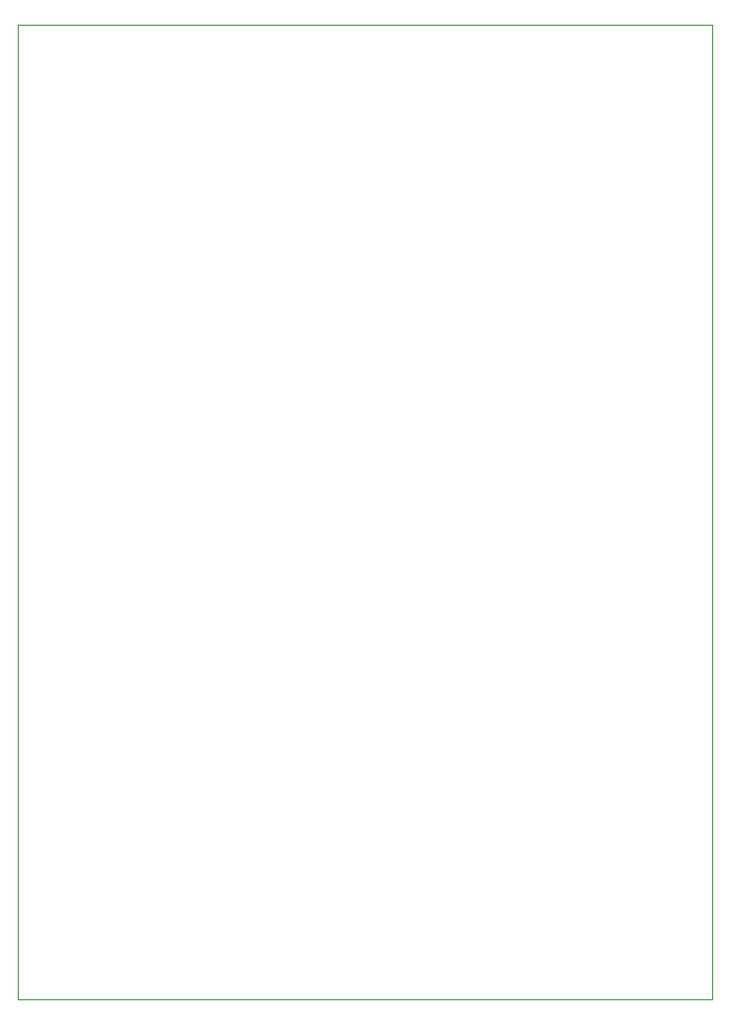
<source format=gbr>
%TF.GenerationSoftware,KiCad,Pcbnew,9.0.6*%
%TF.CreationDate,2026-01-20T16:19:18+01:00*%
%TF.ProjectId,new_project2,6e65775f-7072-46f6-9a65-6374322e6b69,rev?*%
%TF.SameCoordinates,Original*%
%TF.FileFunction,Profile,NP*%
%FSLAX46Y46*%
G04 Gerber Fmt 4.6, Leading zero omitted, Abs format (unit mm)*
G04 Created by KiCad (PCBNEW 9.0.6) date 2026-01-20 16:19:18*
%MOMM*%
%LPD*%
G01*
G04 APERTURE LIST*
%TA.AperFunction,Profile*%
%ADD10C,0.050000*%
%TD*%
G04 APERTURE END LIST*
D10*
X123500000Y-68500000D02*
X183000000Y-68500000D01*
X183000000Y-152000000D01*
X123500000Y-152000000D01*
X123500000Y-68500000D01*
M02*

</source>
